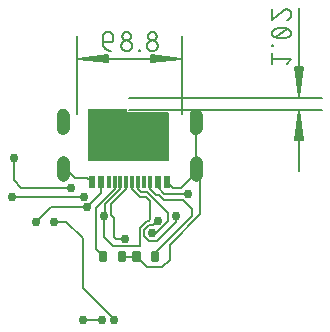
<source format=gbr>
G04 EAGLE Gerber RS-274X export*
G75*
%MOMM*%
%FSLAX34Y34*%
%LPD*%
%INBottom Copper*%
%IPPOS*%
%AMOC8*
5,1,8,0,0,1.08239X$1,22.5*%
G01*
%ADD10C,0.130000*%
%ADD11C,0.152400*%
%ADD12R,0.600000X1.100000*%
%ADD13R,0.300000X1.100000*%
%ADD14C,1.108000*%
%ADD15C,0.377400*%
%ADD16C,0.756400*%

G36*
X146836Y170766D02*
X146836Y170766D01*
X146855Y170764D01*
X146957Y170786D01*
X147059Y170802D01*
X147076Y170812D01*
X147096Y170816D01*
X147185Y170869D01*
X147276Y170918D01*
X147290Y170932D01*
X147307Y170942D01*
X147374Y171021D01*
X147446Y171096D01*
X147454Y171114D01*
X147467Y171129D01*
X147506Y171225D01*
X147549Y171319D01*
X147551Y171339D01*
X147559Y171357D01*
X147577Y171524D01*
X147577Y211694D01*
X147574Y211714D01*
X147576Y211733D01*
X147554Y211835D01*
X147538Y211937D01*
X147528Y211954D01*
X147524Y211974D01*
X147471Y212063D01*
X147422Y212154D01*
X147408Y212168D01*
X147398Y212185D01*
X147319Y212252D01*
X147244Y212324D01*
X147226Y212332D01*
X147211Y212345D01*
X147115Y212384D01*
X147021Y212427D01*
X147001Y212429D01*
X146983Y212437D01*
X146816Y212455D01*
X113399Y212455D01*
X112125Y213729D01*
X112125Y214630D01*
X112122Y214650D01*
X112124Y214669D01*
X112102Y214771D01*
X112086Y214873D01*
X112076Y214890D01*
X112072Y214910D01*
X112019Y214999D01*
X111970Y215090D01*
X111956Y215104D01*
X111946Y215121D01*
X111867Y215188D01*
X111792Y215260D01*
X111774Y215268D01*
X111759Y215281D01*
X111663Y215320D01*
X111569Y215363D01*
X111549Y215365D01*
X111531Y215373D01*
X111364Y215391D01*
X80184Y215391D01*
X80164Y215388D01*
X80145Y215390D01*
X80043Y215368D01*
X79941Y215352D01*
X79924Y215342D01*
X79904Y215338D01*
X79815Y215285D01*
X79724Y215236D01*
X79710Y215222D01*
X79693Y215212D01*
X79626Y215133D01*
X79554Y215058D01*
X79546Y215040D01*
X79533Y215025D01*
X79494Y214929D01*
X79451Y214835D01*
X79449Y214815D01*
X79441Y214797D01*
X79423Y214630D01*
X79423Y171524D01*
X79426Y171504D01*
X79424Y171485D01*
X79446Y171383D01*
X79462Y171281D01*
X79472Y171264D01*
X79476Y171244D01*
X79529Y171155D01*
X79578Y171064D01*
X79592Y171050D01*
X79602Y171033D01*
X79681Y170966D01*
X79756Y170894D01*
X79774Y170886D01*
X79789Y170873D01*
X79885Y170834D01*
X79979Y170791D01*
X79999Y170789D01*
X80017Y170781D01*
X80184Y170763D01*
X146816Y170763D01*
X146836Y170766D01*
G37*
G36*
X171618Y193546D02*
X171618Y193546D01*
X171624Y193552D01*
X171629Y193549D01*
X172686Y193919D01*
X172690Y193926D01*
X172696Y193923D01*
X173644Y194519D01*
X173647Y194527D01*
X173652Y194526D01*
X174444Y195318D01*
X174445Y195326D01*
X174451Y195326D01*
X175047Y196274D01*
X175046Y196283D01*
X175051Y196284D01*
X175421Y197341D01*
X175420Y197345D01*
X175422Y197347D01*
X175420Y197350D01*
X175424Y197352D01*
X175549Y198465D01*
X175547Y198468D01*
X175549Y198470D01*
X175549Y210470D01*
X175547Y210473D01*
X175549Y210476D01*
X175424Y211588D01*
X175418Y211594D01*
X175421Y211599D01*
X175051Y212656D01*
X175045Y212660D01*
X175047Y212666D01*
X174451Y213614D01*
X174443Y213617D01*
X174444Y213622D01*
X173652Y214414D01*
X173644Y214415D01*
X173644Y214421D01*
X172696Y215017D01*
X172687Y215016D01*
X172686Y215021D01*
X171629Y215391D01*
X171621Y215389D01*
X171618Y215394D01*
X170506Y215519D01*
X170498Y215515D01*
X170495Y215519D01*
X169382Y215394D01*
X169376Y215388D01*
X169371Y215391D01*
X168314Y215021D01*
X168310Y215015D01*
X168304Y215017D01*
X167356Y214421D01*
X167353Y214413D01*
X167348Y214414D01*
X166556Y213622D01*
X166555Y213614D01*
X166549Y213614D01*
X165953Y212666D01*
X165954Y212657D01*
X165949Y212656D01*
X165579Y211599D01*
X165581Y211591D01*
X165576Y211588D01*
X165451Y210476D01*
X165453Y210472D01*
X165451Y210470D01*
X165451Y198470D01*
X165453Y198467D01*
X165451Y198465D01*
X165576Y197352D01*
X165582Y197346D01*
X165579Y197341D01*
X165949Y196284D01*
X165956Y196280D01*
X165953Y196274D01*
X166549Y195326D01*
X166557Y195323D01*
X166556Y195318D01*
X167348Y194526D01*
X167356Y194525D01*
X167356Y194519D01*
X168304Y193923D01*
X168313Y193924D01*
X168314Y193919D01*
X169371Y193549D01*
X169379Y193551D01*
X169382Y193546D01*
X170495Y193421D01*
X170502Y193425D01*
X170506Y193421D01*
X171618Y193546D01*
G37*
G36*
X59218Y193546D02*
X59218Y193546D01*
X59224Y193552D01*
X59229Y193549D01*
X60286Y193919D01*
X60290Y193926D01*
X60296Y193923D01*
X61244Y194519D01*
X61247Y194527D01*
X61252Y194526D01*
X62044Y195318D01*
X62045Y195326D01*
X62051Y195326D01*
X62647Y196274D01*
X62646Y196283D01*
X62651Y196284D01*
X63021Y197341D01*
X63020Y197345D01*
X63022Y197347D01*
X63020Y197350D01*
X63024Y197352D01*
X63149Y198465D01*
X63147Y198468D01*
X63149Y198470D01*
X63149Y210470D01*
X63147Y210473D01*
X63149Y210476D01*
X63024Y211588D01*
X63018Y211594D01*
X63021Y211599D01*
X62651Y212656D01*
X62645Y212660D01*
X62647Y212666D01*
X62051Y213614D01*
X62043Y213617D01*
X62044Y213622D01*
X61252Y214414D01*
X61244Y214415D01*
X61244Y214421D01*
X60296Y215017D01*
X60287Y215016D01*
X60286Y215021D01*
X59229Y215391D01*
X59221Y215389D01*
X59218Y215394D01*
X58106Y215519D01*
X58098Y215515D01*
X58095Y215519D01*
X56982Y215394D01*
X56976Y215388D01*
X56971Y215391D01*
X55914Y215021D01*
X55910Y215015D01*
X55904Y215017D01*
X54956Y214421D01*
X54953Y214413D01*
X54948Y214414D01*
X54156Y213622D01*
X54155Y213614D01*
X54149Y213614D01*
X53553Y212666D01*
X53554Y212657D01*
X53549Y212656D01*
X53179Y211599D01*
X53181Y211591D01*
X53176Y211588D01*
X53051Y210476D01*
X53053Y210472D01*
X53051Y210470D01*
X53051Y198470D01*
X53053Y198467D01*
X53051Y198465D01*
X53176Y197352D01*
X53182Y197346D01*
X53179Y197341D01*
X53549Y196284D01*
X53556Y196280D01*
X53553Y196274D01*
X54149Y195326D01*
X54157Y195323D01*
X54156Y195318D01*
X54948Y194526D01*
X54956Y194525D01*
X54956Y194519D01*
X55904Y193923D01*
X55913Y193924D01*
X55914Y193919D01*
X56971Y193549D01*
X56979Y193551D01*
X56982Y193546D01*
X58095Y193421D01*
X58102Y193425D01*
X58106Y193421D01*
X59218Y193546D01*
G37*
G36*
X59218Y155546D02*
X59218Y155546D01*
X59224Y155552D01*
X59229Y155549D01*
X60286Y155919D01*
X60290Y155926D01*
X60296Y155923D01*
X61244Y156519D01*
X61247Y156527D01*
X61252Y156526D01*
X62044Y157318D01*
X62045Y157326D01*
X62051Y157326D01*
X62647Y158274D01*
X62646Y158283D01*
X62651Y158284D01*
X63021Y159341D01*
X63020Y159345D01*
X63022Y159347D01*
X63020Y159350D01*
X63024Y159352D01*
X63149Y160465D01*
X63147Y160468D01*
X63149Y160470D01*
X63149Y168470D01*
X63147Y168473D01*
X63149Y168476D01*
X63024Y169588D01*
X63018Y169594D01*
X63021Y169599D01*
X62651Y170656D01*
X62645Y170660D01*
X62647Y170666D01*
X62051Y171614D01*
X62043Y171617D01*
X62044Y171622D01*
X61252Y172414D01*
X61244Y172415D01*
X61244Y172421D01*
X60296Y173017D01*
X60287Y173016D01*
X60286Y173021D01*
X59229Y173391D01*
X59221Y173389D01*
X59218Y173394D01*
X58106Y173519D01*
X58098Y173515D01*
X58095Y173519D01*
X56982Y173394D01*
X56976Y173388D01*
X56971Y173391D01*
X55914Y173021D01*
X55910Y173015D01*
X55904Y173017D01*
X54956Y172421D01*
X54953Y172413D01*
X54948Y172414D01*
X54156Y171622D01*
X54155Y171614D01*
X54149Y171614D01*
X53553Y170666D01*
X53554Y170657D01*
X53549Y170656D01*
X53179Y169599D01*
X53181Y169591D01*
X53176Y169588D01*
X53051Y168476D01*
X53053Y168472D01*
X53051Y168470D01*
X53051Y160470D01*
X53053Y160467D01*
X53051Y160465D01*
X53176Y159352D01*
X53182Y159346D01*
X53179Y159341D01*
X53549Y158284D01*
X53556Y158280D01*
X53553Y158274D01*
X54149Y157326D01*
X54157Y157323D01*
X54156Y157318D01*
X54948Y156526D01*
X54956Y156525D01*
X54956Y156519D01*
X55904Y155923D01*
X55913Y155924D01*
X55914Y155919D01*
X56971Y155549D01*
X56979Y155551D01*
X56982Y155546D01*
X58095Y155421D01*
X58102Y155425D01*
X58106Y155421D01*
X59218Y155546D01*
G37*
G36*
X171618Y155546D02*
X171618Y155546D01*
X171624Y155552D01*
X171629Y155549D01*
X172686Y155919D01*
X172690Y155926D01*
X172696Y155923D01*
X173644Y156519D01*
X173647Y156527D01*
X173652Y156526D01*
X174444Y157318D01*
X174445Y157326D01*
X174451Y157326D01*
X175047Y158274D01*
X175046Y158283D01*
X175051Y158284D01*
X175421Y159341D01*
X175420Y159345D01*
X175422Y159347D01*
X175420Y159350D01*
X175424Y159352D01*
X175549Y160465D01*
X175547Y160468D01*
X175549Y160470D01*
X175549Y168470D01*
X175547Y168473D01*
X175549Y168476D01*
X175424Y169588D01*
X175418Y169594D01*
X175421Y169599D01*
X175051Y170656D01*
X175045Y170660D01*
X175047Y170666D01*
X174451Y171614D01*
X174443Y171617D01*
X174444Y171622D01*
X173652Y172414D01*
X173644Y172415D01*
X173644Y172421D01*
X172696Y173017D01*
X172687Y173016D01*
X172686Y173021D01*
X171629Y173391D01*
X171621Y173389D01*
X171618Y173394D01*
X170506Y173519D01*
X170498Y173515D01*
X170495Y173519D01*
X169382Y173394D01*
X169376Y173388D01*
X169371Y173391D01*
X168314Y173021D01*
X168310Y173015D01*
X168304Y173017D01*
X167356Y172421D01*
X167353Y172413D01*
X167348Y172414D01*
X166556Y171622D01*
X166555Y171614D01*
X166549Y171614D01*
X165953Y170666D01*
X165954Y170657D01*
X165949Y170656D01*
X165579Y169599D01*
X165581Y169591D01*
X165576Y169588D01*
X165451Y168476D01*
X165453Y168472D01*
X165451Y168470D01*
X165451Y160470D01*
X165453Y160467D01*
X165451Y160465D01*
X165576Y159352D01*
X165582Y159346D01*
X165579Y159341D01*
X165949Y158284D01*
X165956Y158280D01*
X165953Y158274D01*
X166549Y157326D01*
X166557Y157323D01*
X166556Y157318D01*
X167348Y156526D01*
X167356Y156525D01*
X167356Y156519D01*
X168304Y155923D01*
X168313Y155924D01*
X168314Y155919D01*
X169371Y155549D01*
X169379Y155551D01*
X169382Y155546D01*
X170495Y155421D01*
X170502Y155425D01*
X170506Y155421D01*
X171618Y155546D01*
G37*
D10*
X114300Y224790D02*
X277310Y224790D01*
X277310Y214630D02*
X114300Y214630D01*
X257810Y213980D02*
X257810Y162630D01*
X257810Y225440D02*
X257810Y300418D01*
X254618Y250790D02*
X257810Y225440D01*
X254618Y250790D02*
X261002Y250790D01*
X257810Y225440D01*
X256510Y250790D01*
X259110Y250790D02*
X257810Y225440D01*
X255210Y250790D01*
X260410Y250790D02*
X257810Y225440D01*
X257810Y213980D02*
X254618Y188630D01*
X261002Y188630D01*
X257810Y213980D01*
X256510Y188630D01*
X259110Y188630D02*
X257810Y213980D01*
X255210Y188630D01*
X260410Y188630D02*
X257810Y213980D01*
D11*
X247691Y253110D02*
X251303Y257625D01*
X235047Y257625D01*
X235047Y253110D02*
X235047Y262141D01*
X235047Y268116D02*
X235950Y268116D01*
X235950Y269019D01*
X235047Y269019D01*
X235047Y268116D01*
X243175Y274994D02*
X243495Y274998D01*
X243814Y275009D01*
X244134Y275028D01*
X244452Y275055D01*
X244770Y275089D01*
X245087Y275131D01*
X245403Y275181D01*
X245718Y275238D01*
X246031Y275302D01*
X246343Y275374D01*
X246653Y275453D01*
X246960Y275540D01*
X247266Y275634D01*
X247569Y275735D01*
X247870Y275844D01*
X248168Y275959D01*
X248464Y276082D01*
X248756Y276212D01*
X249045Y276349D01*
X249046Y276348D02*
X249154Y276387D01*
X249261Y276430D01*
X249366Y276476D01*
X249470Y276527D01*
X249572Y276580D01*
X249672Y276637D01*
X249770Y276698D01*
X249865Y276762D01*
X249959Y276829D01*
X250050Y276900D01*
X250139Y276973D01*
X250225Y277050D01*
X250308Y277129D01*
X250389Y277211D01*
X250467Y277296D01*
X250541Y277384D01*
X250613Y277474D01*
X250681Y277566D01*
X250747Y277661D01*
X250809Y277758D01*
X250867Y277857D01*
X250923Y277959D01*
X250974Y278061D01*
X251022Y278166D01*
X251067Y278272D01*
X251108Y278380D01*
X251145Y278489D01*
X251178Y278599D01*
X251207Y278711D01*
X251233Y278823D01*
X251255Y278936D01*
X251272Y279050D01*
X251286Y279164D01*
X251296Y279279D01*
X251302Y279394D01*
X251304Y279509D01*
X251303Y279509D02*
X251301Y279624D01*
X251295Y279739D01*
X251285Y279854D01*
X251271Y279968D01*
X251254Y280082D01*
X251232Y280195D01*
X251206Y280307D01*
X251177Y280419D01*
X251144Y280529D01*
X251107Y280638D01*
X251066Y280746D01*
X251021Y280852D01*
X250973Y280957D01*
X250922Y281059D01*
X250866Y281160D01*
X250808Y281260D01*
X250746Y281357D01*
X250681Y281451D01*
X250612Y281544D01*
X250540Y281634D01*
X250466Y281722D01*
X250388Y281807D01*
X250307Y281889D01*
X250224Y281968D01*
X250138Y282045D01*
X250049Y282118D01*
X249958Y282189D01*
X249864Y282256D01*
X249769Y282320D01*
X249671Y282381D01*
X249571Y282438D01*
X249469Y282491D01*
X249365Y282542D01*
X249260Y282588D01*
X249153Y282631D01*
X249045Y282670D01*
X249045Y282669D02*
X248756Y282806D01*
X248464Y282936D01*
X248168Y283059D01*
X247870Y283174D01*
X247569Y283283D01*
X247266Y283384D01*
X246960Y283478D01*
X246653Y283565D01*
X246343Y283644D01*
X246031Y283716D01*
X245718Y283780D01*
X245403Y283837D01*
X245087Y283887D01*
X244770Y283929D01*
X244452Y283963D01*
X244134Y283990D01*
X243814Y284009D01*
X243495Y284020D01*
X243175Y284024D01*
X243175Y274994D02*
X242855Y274998D01*
X242536Y275009D01*
X242216Y275028D01*
X241898Y275055D01*
X241580Y275089D01*
X241263Y275131D01*
X240947Y275181D01*
X240632Y275238D01*
X240319Y275302D01*
X240007Y275374D01*
X239697Y275453D01*
X239390Y275540D01*
X239084Y275634D01*
X238781Y275735D01*
X238480Y275844D01*
X238182Y275959D01*
X237886Y276082D01*
X237594Y276212D01*
X237305Y276349D01*
X237305Y276348D02*
X237197Y276387D01*
X237090Y276430D01*
X236985Y276476D01*
X236881Y276527D01*
X236779Y276580D01*
X236679Y276637D01*
X236581Y276698D01*
X236486Y276762D01*
X236392Y276829D01*
X236301Y276900D01*
X236212Y276973D01*
X236126Y277050D01*
X236043Y277129D01*
X235962Y277211D01*
X235884Y277296D01*
X235810Y277384D01*
X235738Y277474D01*
X235669Y277567D01*
X235604Y277661D01*
X235542Y277758D01*
X235484Y277858D01*
X235428Y277959D01*
X235377Y278061D01*
X235329Y278166D01*
X235284Y278272D01*
X235243Y278380D01*
X235206Y278489D01*
X235173Y278599D01*
X235144Y278711D01*
X235118Y278823D01*
X235096Y278936D01*
X235079Y279050D01*
X235065Y279164D01*
X235055Y279279D01*
X235049Y279394D01*
X235047Y279509D01*
X237305Y282669D02*
X237594Y282806D01*
X237886Y282936D01*
X238182Y283059D01*
X238480Y283174D01*
X238781Y283283D01*
X239084Y283384D01*
X239390Y283478D01*
X239697Y283565D01*
X240007Y283644D01*
X240319Y283716D01*
X240632Y283780D01*
X240947Y283837D01*
X241263Y283887D01*
X241580Y283929D01*
X241898Y283963D01*
X242216Y283990D01*
X242536Y284009D01*
X242855Y284020D01*
X243175Y284024D01*
X237305Y282670D02*
X237197Y282631D01*
X237090Y282588D01*
X236985Y282542D01*
X236881Y282491D01*
X236779Y282438D01*
X236679Y282381D01*
X236581Y282320D01*
X236486Y282256D01*
X236392Y282189D01*
X236301Y282118D01*
X236212Y282045D01*
X236126Y281968D01*
X236043Y281889D01*
X235962Y281807D01*
X235884Y281722D01*
X235810Y281634D01*
X235738Y281544D01*
X235669Y281451D01*
X235604Y281357D01*
X235542Y281260D01*
X235484Y281160D01*
X235428Y281059D01*
X235377Y280956D01*
X235329Y280852D01*
X235284Y280746D01*
X235243Y280638D01*
X235206Y280529D01*
X235173Y280419D01*
X235144Y280307D01*
X235118Y280195D01*
X235096Y280082D01*
X235079Y279968D01*
X235065Y279854D01*
X235055Y279739D01*
X235049Y279624D01*
X235047Y279509D01*
X238659Y275897D02*
X247691Y283122D01*
X251303Y295592D02*
X251301Y295717D01*
X251295Y295842D01*
X251286Y295967D01*
X251272Y296091D01*
X251255Y296215D01*
X251234Y296339D01*
X251209Y296461D01*
X251180Y296583D01*
X251148Y296704D01*
X251112Y296824D01*
X251072Y296943D01*
X251029Y297060D01*
X250982Y297176D01*
X250931Y297291D01*
X250877Y297403D01*
X250819Y297515D01*
X250759Y297624D01*
X250694Y297731D01*
X250627Y297837D01*
X250556Y297940D01*
X250482Y298041D01*
X250405Y298140D01*
X250325Y298236D01*
X250242Y298330D01*
X250157Y298421D01*
X250068Y298510D01*
X249977Y298595D01*
X249883Y298678D01*
X249787Y298758D01*
X249688Y298835D01*
X249587Y298909D01*
X249484Y298980D01*
X249378Y299047D01*
X249271Y299112D01*
X249162Y299172D01*
X249050Y299230D01*
X248938Y299284D01*
X248823Y299335D01*
X248707Y299382D01*
X248590Y299425D01*
X248471Y299465D01*
X248351Y299501D01*
X248230Y299533D01*
X248108Y299562D01*
X247986Y299587D01*
X247862Y299608D01*
X247738Y299625D01*
X247614Y299639D01*
X247489Y299648D01*
X247364Y299654D01*
X247239Y299656D01*
X251303Y295592D02*
X251301Y295449D01*
X251295Y295307D01*
X251285Y295164D01*
X251272Y295022D01*
X251254Y294881D01*
X251233Y294739D01*
X251208Y294599D01*
X251179Y294459D01*
X251146Y294320D01*
X251109Y294182D01*
X251069Y294045D01*
X251025Y293910D01*
X250977Y293775D01*
X250925Y293642D01*
X250870Y293510D01*
X250811Y293380D01*
X250749Y293252D01*
X250683Y293125D01*
X250614Y293000D01*
X250542Y292877D01*
X250466Y292757D01*
X250387Y292638D01*
X250304Y292521D01*
X250219Y292407D01*
X250130Y292295D01*
X250039Y292186D01*
X249944Y292079D01*
X249847Y291974D01*
X249746Y291873D01*
X249643Y291774D01*
X249538Y291678D01*
X249429Y291585D01*
X249318Y291495D01*
X249205Y291408D01*
X249090Y291324D01*
X248972Y291244D01*
X248852Y291166D01*
X248730Y291092D01*
X248606Y291022D01*
X248480Y290954D01*
X248352Y290891D01*
X248223Y290830D01*
X248092Y290773D01*
X247960Y290720D01*
X247826Y290671D01*
X247691Y290625D01*
X244078Y298301D02*
X244170Y298395D01*
X244264Y298485D01*
X244361Y298573D01*
X244461Y298658D01*
X244563Y298740D01*
X244668Y298819D01*
X244775Y298894D01*
X244884Y298966D01*
X244995Y299035D01*
X245109Y299101D01*
X245224Y299163D01*
X245341Y299222D01*
X245460Y299277D01*
X245580Y299328D01*
X245702Y299376D01*
X245825Y299421D01*
X245949Y299461D01*
X246075Y299498D01*
X246202Y299531D01*
X246329Y299560D01*
X246458Y299586D01*
X246587Y299607D01*
X246717Y299625D01*
X246847Y299638D01*
X246977Y299648D01*
X247108Y299654D01*
X247239Y299656D01*
X244078Y298301D02*
X235047Y290625D01*
X235047Y299656D01*
D10*
X69850Y277310D02*
X69850Y210820D01*
X158750Y210820D02*
X158750Y277310D01*
X158100Y257810D02*
X70500Y257810D01*
X95850Y261002D01*
X95850Y254618D01*
X70500Y257810D01*
X95850Y259110D01*
X95850Y256510D02*
X70500Y257810D01*
X95850Y260410D01*
X95850Y255210D02*
X70500Y257810D01*
X132750Y261002D02*
X158100Y257810D01*
X132750Y261002D02*
X132750Y254618D01*
X158100Y257810D01*
X132750Y259110D01*
X132750Y256510D02*
X158100Y257810D01*
X132750Y260410D01*
X132750Y255210D02*
X158100Y257810D01*
D11*
X138352Y268833D02*
X138350Y268966D01*
X138344Y269098D01*
X138334Y269230D01*
X138321Y269362D01*
X138303Y269494D01*
X138282Y269624D01*
X138257Y269755D01*
X138228Y269884D01*
X138195Y270012D01*
X138159Y270140D01*
X138119Y270266D01*
X138075Y270391D01*
X138027Y270515D01*
X137976Y270637D01*
X137921Y270758D01*
X137863Y270877D01*
X137801Y270995D01*
X137736Y271110D01*
X137667Y271224D01*
X137596Y271335D01*
X137520Y271444D01*
X137442Y271551D01*
X137361Y271656D01*
X137276Y271758D01*
X137189Y271858D01*
X137099Y271955D01*
X137006Y272050D01*
X136910Y272141D01*
X136812Y272230D01*
X136711Y272316D01*
X136607Y272399D01*
X136501Y272479D01*
X136393Y272555D01*
X136283Y272629D01*
X136170Y272699D01*
X136056Y272766D01*
X135939Y272829D01*
X135821Y272889D01*
X135701Y272946D01*
X135579Y272999D01*
X135456Y273048D01*
X135332Y273094D01*
X135206Y273136D01*
X135079Y273174D01*
X134951Y273209D01*
X134822Y273240D01*
X134693Y273267D01*
X134562Y273290D01*
X134431Y273310D01*
X134299Y273325D01*
X134167Y273337D01*
X134035Y273345D01*
X133902Y273349D01*
X133770Y273349D01*
X133637Y273345D01*
X133505Y273337D01*
X133373Y273325D01*
X133241Y273310D01*
X133110Y273290D01*
X132979Y273267D01*
X132850Y273240D01*
X132721Y273209D01*
X132593Y273174D01*
X132466Y273136D01*
X132340Y273094D01*
X132216Y273048D01*
X132093Y272999D01*
X131971Y272946D01*
X131851Y272889D01*
X131733Y272829D01*
X131616Y272766D01*
X131502Y272699D01*
X131389Y272629D01*
X131279Y272555D01*
X131171Y272479D01*
X131065Y272399D01*
X130961Y272316D01*
X130860Y272230D01*
X130762Y272141D01*
X130666Y272050D01*
X130573Y271955D01*
X130483Y271858D01*
X130396Y271758D01*
X130311Y271656D01*
X130230Y271551D01*
X130152Y271444D01*
X130076Y271335D01*
X130005Y271224D01*
X129936Y271110D01*
X129871Y270995D01*
X129809Y270877D01*
X129751Y270758D01*
X129696Y270637D01*
X129645Y270515D01*
X129597Y270391D01*
X129553Y270266D01*
X129513Y270140D01*
X129477Y270012D01*
X129444Y269884D01*
X129415Y269755D01*
X129390Y269624D01*
X129369Y269494D01*
X129351Y269362D01*
X129338Y269230D01*
X129328Y269098D01*
X129322Y268966D01*
X129320Y268833D01*
X129322Y268700D01*
X129328Y268568D01*
X129338Y268436D01*
X129351Y268304D01*
X129369Y268172D01*
X129390Y268042D01*
X129415Y267911D01*
X129444Y267782D01*
X129477Y267654D01*
X129513Y267526D01*
X129553Y267400D01*
X129597Y267275D01*
X129645Y267151D01*
X129696Y267029D01*
X129751Y266908D01*
X129809Y266789D01*
X129871Y266671D01*
X129936Y266556D01*
X130005Y266442D01*
X130076Y266331D01*
X130152Y266222D01*
X130230Y266115D01*
X130311Y266010D01*
X130396Y265908D01*
X130483Y265808D01*
X130573Y265711D01*
X130666Y265616D01*
X130762Y265525D01*
X130860Y265436D01*
X130961Y265350D01*
X131065Y265267D01*
X131171Y265187D01*
X131279Y265111D01*
X131389Y265037D01*
X131502Y264967D01*
X131616Y264900D01*
X131733Y264837D01*
X131851Y264777D01*
X131971Y264720D01*
X132093Y264667D01*
X132216Y264618D01*
X132340Y264572D01*
X132466Y264530D01*
X132593Y264492D01*
X132721Y264457D01*
X132850Y264426D01*
X132979Y264399D01*
X133110Y264376D01*
X133241Y264356D01*
X133373Y264341D01*
X133505Y264329D01*
X133637Y264321D01*
X133770Y264317D01*
X133902Y264317D01*
X134035Y264321D01*
X134167Y264329D01*
X134299Y264341D01*
X134431Y264356D01*
X134562Y264376D01*
X134693Y264399D01*
X134822Y264426D01*
X134951Y264457D01*
X135079Y264492D01*
X135206Y264530D01*
X135332Y264572D01*
X135456Y264618D01*
X135579Y264667D01*
X135701Y264720D01*
X135821Y264777D01*
X135939Y264837D01*
X136056Y264900D01*
X136170Y264967D01*
X136283Y265037D01*
X136393Y265111D01*
X136501Y265187D01*
X136607Y265267D01*
X136711Y265350D01*
X136812Y265436D01*
X136910Y265525D01*
X137006Y265616D01*
X137099Y265711D01*
X137189Y265808D01*
X137276Y265908D01*
X137361Y266010D01*
X137442Y266115D01*
X137520Y266222D01*
X137596Y266331D01*
X137667Y266442D01*
X137736Y266556D01*
X137801Y266671D01*
X137863Y266789D01*
X137921Y266908D01*
X137976Y267029D01*
X138027Y267151D01*
X138075Y267275D01*
X138119Y267400D01*
X138159Y267526D01*
X138195Y267654D01*
X138228Y267782D01*
X138257Y267911D01*
X138282Y268042D01*
X138303Y268172D01*
X138321Y268304D01*
X138334Y268436D01*
X138344Y268568D01*
X138350Y268700D01*
X138352Y268833D01*
X137448Y276961D02*
X137446Y277080D01*
X137440Y277200D01*
X137430Y277319D01*
X137416Y277437D01*
X137399Y277556D01*
X137377Y277673D01*
X137352Y277790D01*
X137322Y277905D01*
X137289Y278020D01*
X137252Y278134D01*
X137212Y278246D01*
X137167Y278357D01*
X137119Y278466D01*
X137068Y278574D01*
X137013Y278680D01*
X136954Y278784D01*
X136892Y278886D01*
X136827Y278986D01*
X136758Y279084D01*
X136686Y279180D01*
X136611Y279273D01*
X136534Y279363D01*
X136453Y279451D01*
X136369Y279536D01*
X136282Y279618D01*
X136193Y279698D01*
X136101Y279774D01*
X136007Y279848D01*
X135910Y279918D01*
X135812Y279985D01*
X135711Y280049D01*
X135607Y280109D01*
X135502Y280166D01*
X135395Y280219D01*
X135287Y280269D01*
X135177Y280315D01*
X135065Y280357D01*
X134952Y280396D01*
X134838Y280431D01*
X134723Y280462D01*
X134606Y280490D01*
X134489Y280513D01*
X134372Y280533D01*
X134253Y280549D01*
X134134Y280561D01*
X134015Y280569D01*
X133896Y280573D01*
X133776Y280573D01*
X133657Y280569D01*
X133538Y280561D01*
X133419Y280549D01*
X133300Y280533D01*
X133183Y280513D01*
X133066Y280490D01*
X132949Y280462D01*
X132834Y280431D01*
X132720Y280396D01*
X132607Y280357D01*
X132495Y280315D01*
X132385Y280269D01*
X132277Y280219D01*
X132170Y280166D01*
X132065Y280109D01*
X131961Y280049D01*
X131860Y279985D01*
X131762Y279918D01*
X131665Y279848D01*
X131571Y279774D01*
X131479Y279698D01*
X131390Y279618D01*
X131303Y279536D01*
X131219Y279451D01*
X131138Y279363D01*
X131061Y279273D01*
X130986Y279180D01*
X130914Y279084D01*
X130845Y278986D01*
X130780Y278886D01*
X130718Y278784D01*
X130659Y278680D01*
X130604Y278574D01*
X130553Y278466D01*
X130505Y278357D01*
X130460Y278246D01*
X130420Y278134D01*
X130383Y278020D01*
X130350Y277905D01*
X130320Y277790D01*
X130295Y277673D01*
X130273Y277556D01*
X130256Y277437D01*
X130242Y277319D01*
X130232Y277200D01*
X130226Y277080D01*
X130224Y276961D01*
X130226Y276842D01*
X130232Y276722D01*
X130242Y276603D01*
X130256Y276485D01*
X130273Y276366D01*
X130295Y276249D01*
X130320Y276132D01*
X130350Y276017D01*
X130383Y275902D01*
X130420Y275788D01*
X130460Y275676D01*
X130505Y275565D01*
X130553Y275456D01*
X130604Y275348D01*
X130659Y275242D01*
X130718Y275138D01*
X130780Y275036D01*
X130845Y274936D01*
X130914Y274838D01*
X130986Y274742D01*
X131061Y274649D01*
X131138Y274559D01*
X131219Y274471D01*
X131303Y274386D01*
X131390Y274304D01*
X131479Y274224D01*
X131571Y274148D01*
X131665Y274074D01*
X131762Y274004D01*
X131860Y273937D01*
X131961Y273873D01*
X132065Y273813D01*
X132170Y273756D01*
X132277Y273703D01*
X132385Y273653D01*
X132495Y273607D01*
X132607Y273565D01*
X132720Y273526D01*
X132834Y273491D01*
X132949Y273460D01*
X133066Y273432D01*
X133183Y273409D01*
X133300Y273389D01*
X133419Y273373D01*
X133538Y273361D01*
X133657Y273353D01*
X133776Y273349D01*
X133896Y273349D01*
X134015Y273353D01*
X134134Y273361D01*
X134253Y273373D01*
X134372Y273389D01*
X134489Y273409D01*
X134606Y273432D01*
X134723Y273460D01*
X134838Y273491D01*
X134952Y273526D01*
X135065Y273565D01*
X135177Y273607D01*
X135287Y273653D01*
X135395Y273703D01*
X135502Y273756D01*
X135607Y273813D01*
X135711Y273873D01*
X135812Y273937D01*
X135910Y274004D01*
X136007Y274074D01*
X136101Y274148D01*
X136193Y274224D01*
X136282Y274304D01*
X136369Y274386D01*
X136453Y274471D01*
X136534Y274559D01*
X136611Y274649D01*
X136686Y274742D01*
X136758Y274838D01*
X136827Y274936D01*
X136892Y275036D01*
X136954Y275138D01*
X137013Y275242D01*
X137068Y275348D01*
X137119Y275456D01*
X137167Y275565D01*
X137212Y275676D01*
X137252Y275788D01*
X137289Y275902D01*
X137322Y276017D01*
X137352Y276132D01*
X137377Y276249D01*
X137399Y276366D01*
X137416Y276485D01*
X137430Y276603D01*
X137440Y276722D01*
X137446Y276842D01*
X137448Y276961D01*
X123346Y265220D02*
X123346Y264317D01*
X123346Y265220D02*
X122443Y265220D01*
X122443Y264317D01*
X123346Y264317D01*
X116469Y268833D02*
X116467Y268966D01*
X116461Y269098D01*
X116451Y269230D01*
X116438Y269362D01*
X116420Y269494D01*
X116399Y269624D01*
X116374Y269755D01*
X116345Y269884D01*
X116312Y270012D01*
X116276Y270140D01*
X116236Y270266D01*
X116192Y270391D01*
X116144Y270515D01*
X116093Y270637D01*
X116038Y270758D01*
X115980Y270877D01*
X115918Y270995D01*
X115853Y271110D01*
X115784Y271224D01*
X115713Y271335D01*
X115637Y271444D01*
X115559Y271551D01*
X115478Y271656D01*
X115393Y271758D01*
X115306Y271858D01*
X115216Y271955D01*
X115123Y272050D01*
X115027Y272141D01*
X114929Y272230D01*
X114828Y272316D01*
X114724Y272399D01*
X114618Y272479D01*
X114510Y272555D01*
X114400Y272629D01*
X114287Y272699D01*
X114173Y272766D01*
X114056Y272829D01*
X113938Y272889D01*
X113818Y272946D01*
X113696Y272999D01*
X113573Y273048D01*
X113449Y273094D01*
X113323Y273136D01*
X113196Y273174D01*
X113068Y273209D01*
X112939Y273240D01*
X112810Y273267D01*
X112679Y273290D01*
X112548Y273310D01*
X112416Y273325D01*
X112284Y273337D01*
X112152Y273345D01*
X112019Y273349D01*
X111887Y273349D01*
X111754Y273345D01*
X111622Y273337D01*
X111490Y273325D01*
X111358Y273310D01*
X111227Y273290D01*
X111096Y273267D01*
X110967Y273240D01*
X110838Y273209D01*
X110710Y273174D01*
X110583Y273136D01*
X110457Y273094D01*
X110333Y273048D01*
X110210Y272999D01*
X110088Y272946D01*
X109968Y272889D01*
X109850Y272829D01*
X109733Y272766D01*
X109619Y272699D01*
X109506Y272629D01*
X109396Y272555D01*
X109288Y272479D01*
X109182Y272399D01*
X109078Y272316D01*
X108977Y272230D01*
X108879Y272141D01*
X108783Y272050D01*
X108690Y271955D01*
X108600Y271858D01*
X108513Y271758D01*
X108428Y271656D01*
X108347Y271551D01*
X108269Y271444D01*
X108193Y271335D01*
X108122Y271224D01*
X108053Y271110D01*
X107988Y270995D01*
X107926Y270877D01*
X107868Y270758D01*
X107813Y270637D01*
X107762Y270515D01*
X107714Y270391D01*
X107670Y270266D01*
X107630Y270140D01*
X107594Y270012D01*
X107561Y269884D01*
X107532Y269755D01*
X107507Y269624D01*
X107486Y269494D01*
X107468Y269362D01*
X107455Y269230D01*
X107445Y269098D01*
X107439Y268966D01*
X107437Y268833D01*
X107439Y268700D01*
X107445Y268568D01*
X107455Y268436D01*
X107468Y268304D01*
X107486Y268172D01*
X107507Y268042D01*
X107532Y267911D01*
X107561Y267782D01*
X107594Y267654D01*
X107630Y267526D01*
X107670Y267400D01*
X107714Y267275D01*
X107762Y267151D01*
X107813Y267029D01*
X107868Y266908D01*
X107926Y266789D01*
X107988Y266671D01*
X108053Y266556D01*
X108122Y266442D01*
X108193Y266331D01*
X108269Y266222D01*
X108347Y266115D01*
X108428Y266010D01*
X108513Y265908D01*
X108600Y265808D01*
X108690Y265711D01*
X108783Y265616D01*
X108879Y265525D01*
X108977Y265436D01*
X109078Y265350D01*
X109182Y265267D01*
X109288Y265187D01*
X109396Y265111D01*
X109506Y265037D01*
X109619Y264967D01*
X109733Y264900D01*
X109850Y264837D01*
X109968Y264777D01*
X110088Y264720D01*
X110210Y264667D01*
X110333Y264618D01*
X110457Y264572D01*
X110583Y264530D01*
X110710Y264492D01*
X110838Y264457D01*
X110967Y264426D01*
X111096Y264399D01*
X111227Y264376D01*
X111358Y264356D01*
X111490Y264341D01*
X111622Y264329D01*
X111754Y264321D01*
X111887Y264317D01*
X112019Y264317D01*
X112152Y264321D01*
X112284Y264329D01*
X112416Y264341D01*
X112548Y264356D01*
X112679Y264376D01*
X112810Y264399D01*
X112939Y264426D01*
X113068Y264457D01*
X113196Y264492D01*
X113323Y264530D01*
X113449Y264572D01*
X113573Y264618D01*
X113696Y264667D01*
X113818Y264720D01*
X113938Y264777D01*
X114056Y264837D01*
X114173Y264900D01*
X114287Y264967D01*
X114400Y265037D01*
X114510Y265111D01*
X114618Y265187D01*
X114724Y265267D01*
X114828Y265350D01*
X114929Y265436D01*
X115027Y265525D01*
X115123Y265616D01*
X115216Y265711D01*
X115306Y265808D01*
X115393Y265908D01*
X115478Y266010D01*
X115559Y266115D01*
X115637Y266222D01*
X115713Y266331D01*
X115784Y266442D01*
X115853Y266556D01*
X115918Y266671D01*
X115980Y266789D01*
X116038Y266908D01*
X116093Y267029D01*
X116144Y267151D01*
X116192Y267275D01*
X116236Y267400D01*
X116276Y267526D01*
X116312Y267654D01*
X116345Y267782D01*
X116374Y267911D01*
X116399Y268042D01*
X116420Y268172D01*
X116438Y268304D01*
X116451Y268436D01*
X116461Y268568D01*
X116467Y268700D01*
X116469Y268833D01*
X115565Y276961D02*
X115563Y277080D01*
X115557Y277200D01*
X115547Y277319D01*
X115533Y277437D01*
X115516Y277556D01*
X115494Y277673D01*
X115469Y277790D01*
X115439Y277905D01*
X115406Y278020D01*
X115369Y278134D01*
X115329Y278246D01*
X115284Y278357D01*
X115236Y278466D01*
X115185Y278574D01*
X115130Y278680D01*
X115071Y278784D01*
X115009Y278886D01*
X114944Y278986D01*
X114875Y279084D01*
X114803Y279180D01*
X114728Y279273D01*
X114651Y279363D01*
X114570Y279451D01*
X114486Y279536D01*
X114399Y279618D01*
X114310Y279698D01*
X114218Y279774D01*
X114124Y279848D01*
X114027Y279918D01*
X113929Y279985D01*
X113828Y280049D01*
X113724Y280109D01*
X113619Y280166D01*
X113512Y280219D01*
X113404Y280269D01*
X113294Y280315D01*
X113182Y280357D01*
X113069Y280396D01*
X112955Y280431D01*
X112840Y280462D01*
X112723Y280490D01*
X112606Y280513D01*
X112489Y280533D01*
X112370Y280549D01*
X112251Y280561D01*
X112132Y280569D01*
X112013Y280573D01*
X111893Y280573D01*
X111774Y280569D01*
X111655Y280561D01*
X111536Y280549D01*
X111417Y280533D01*
X111300Y280513D01*
X111183Y280490D01*
X111066Y280462D01*
X110951Y280431D01*
X110837Y280396D01*
X110724Y280357D01*
X110612Y280315D01*
X110502Y280269D01*
X110394Y280219D01*
X110287Y280166D01*
X110182Y280109D01*
X110078Y280049D01*
X109977Y279985D01*
X109879Y279918D01*
X109782Y279848D01*
X109688Y279774D01*
X109596Y279698D01*
X109507Y279618D01*
X109420Y279536D01*
X109336Y279451D01*
X109255Y279363D01*
X109178Y279273D01*
X109103Y279180D01*
X109031Y279084D01*
X108962Y278986D01*
X108897Y278886D01*
X108835Y278784D01*
X108776Y278680D01*
X108721Y278574D01*
X108670Y278466D01*
X108622Y278357D01*
X108577Y278246D01*
X108537Y278134D01*
X108500Y278020D01*
X108467Y277905D01*
X108437Y277790D01*
X108412Y277673D01*
X108390Y277556D01*
X108373Y277437D01*
X108359Y277319D01*
X108349Y277200D01*
X108343Y277080D01*
X108341Y276961D01*
X108343Y276842D01*
X108349Y276722D01*
X108359Y276603D01*
X108373Y276485D01*
X108390Y276366D01*
X108412Y276249D01*
X108437Y276132D01*
X108467Y276017D01*
X108500Y275902D01*
X108537Y275788D01*
X108577Y275676D01*
X108622Y275565D01*
X108670Y275456D01*
X108721Y275348D01*
X108776Y275242D01*
X108835Y275138D01*
X108897Y275036D01*
X108962Y274936D01*
X109031Y274838D01*
X109103Y274742D01*
X109178Y274649D01*
X109255Y274559D01*
X109336Y274471D01*
X109420Y274386D01*
X109507Y274304D01*
X109596Y274224D01*
X109688Y274148D01*
X109782Y274074D01*
X109879Y274004D01*
X109977Y273937D01*
X110078Y273873D01*
X110182Y273813D01*
X110287Y273756D01*
X110394Y273703D01*
X110502Y273653D01*
X110612Y273607D01*
X110724Y273565D01*
X110837Y273526D01*
X110951Y273491D01*
X111066Y273460D01*
X111183Y273432D01*
X111300Y273409D01*
X111417Y273389D01*
X111536Y273373D01*
X111655Y273361D01*
X111774Y273353D01*
X111893Y273349D01*
X112013Y273349D01*
X112132Y273353D01*
X112251Y273361D01*
X112370Y273373D01*
X112489Y273389D01*
X112606Y273409D01*
X112723Y273432D01*
X112840Y273460D01*
X112955Y273491D01*
X113069Y273526D01*
X113182Y273565D01*
X113294Y273607D01*
X113404Y273653D01*
X113512Y273703D01*
X113619Y273756D01*
X113724Y273813D01*
X113828Y273873D01*
X113929Y273937D01*
X114027Y274004D01*
X114124Y274074D01*
X114218Y274148D01*
X114310Y274224D01*
X114399Y274304D01*
X114486Y274386D01*
X114570Y274471D01*
X114651Y274559D01*
X114728Y274649D01*
X114803Y274742D01*
X114875Y274838D01*
X114944Y274936D01*
X115009Y275036D01*
X115071Y275138D01*
X115130Y275242D01*
X115185Y275348D01*
X115236Y275456D01*
X115284Y275565D01*
X115329Y275676D01*
X115369Y275788D01*
X115406Y275902D01*
X115439Y276017D01*
X115469Y276132D01*
X115494Y276249D01*
X115516Y276366D01*
X115533Y276485D01*
X115547Y276603D01*
X115557Y276722D01*
X115563Y276842D01*
X115565Y276961D01*
X97225Y271542D02*
X91806Y271542D01*
X97225Y271542D02*
X97343Y271544D01*
X97461Y271550D01*
X97579Y271559D01*
X97696Y271573D01*
X97813Y271590D01*
X97930Y271611D01*
X98045Y271636D01*
X98160Y271665D01*
X98274Y271698D01*
X98386Y271734D01*
X98497Y271774D01*
X98607Y271817D01*
X98716Y271864D01*
X98823Y271914D01*
X98928Y271969D01*
X99031Y272026D01*
X99132Y272087D01*
X99232Y272151D01*
X99329Y272218D01*
X99424Y272288D01*
X99516Y272362D01*
X99607Y272438D01*
X99694Y272518D01*
X99779Y272600D01*
X99861Y272685D01*
X99941Y272772D01*
X100017Y272863D01*
X100091Y272955D01*
X100161Y273050D01*
X100228Y273147D01*
X100292Y273247D01*
X100353Y273348D01*
X100410Y273451D01*
X100465Y273556D01*
X100515Y273663D01*
X100562Y273772D01*
X100605Y273882D01*
X100645Y273993D01*
X100681Y274105D01*
X100714Y274219D01*
X100743Y274334D01*
X100768Y274449D01*
X100789Y274566D01*
X100806Y274683D01*
X100820Y274800D01*
X100829Y274918D01*
X100835Y275036D01*
X100837Y275154D01*
X100837Y276057D01*
X100835Y276190D01*
X100829Y276322D01*
X100819Y276454D01*
X100806Y276586D01*
X100788Y276718D01*
X100767Y276848D01*
X100742Y276979D01*
X100713Y277108D01*
X100680Y277236D01*
X100644Y277364D01*
X100604Y277490D01*
X100560Y277615D01*
X100512Y277739D01*
X100461Y277861D01*
X100406Y277982D01*
X100348Y278101D01*
X100286Y278219D01*
X100221Y278334D01*
X100152Y278448D01*
X100081Y278559D01*
X100005Y278668D01*
X99927Y278775D01*
X99846Y278880D01*
X99761Y278982D01*
X99674Y279082D01*
X99584Y279179D01*
X99491Y279274D01*
X99395Y279365D01*
X99297Y279454D01*
X99196Y279540D01*
X99092Y279623D01*
X98986Y279703D01*
X98878Y279779D01*
X98768Y279853D01*
X98655Y279923D01*
X98541Y279990D01*
X98424Y280053D01*
X98306Y280113D01*
X98186Y280170D01*
X98064Y280223D01*
X97941Y280272D01*
X97817Y280318D01*
X97691Y280360D01*
X97564Y280398D01*
X97436Y280433D01*
X97307Y280464D01*
X97178Y280491D01*
X97047Y280514D01*
X96916Y280534D01*
X96784Y280549D01*
X96652Y280561D01*
X96520Y280569D01*
X96387Y280573D01*
X96255Y280573D01*
X96122Y280569D01*
X95990Y280561D01*
X95858Y280549D01*
X95726Y280534D01*
X95595Y280514D01*
X95464Y280491D01*
X95335Y280464D01*
X95206Y280433D01*
X95078Y280398D01*
X94951Y280360D01*
X94825Y280318D01*
X94701Y280272D01*
X94578Y280223D01*
X94456Y280170D01*
X94336Y280113D01*
X94218Y280053D01*
X94101Y279990D01*
X93987Y279923D01*
X93874Y279853D01*
X93764Y279779D01*
X93656Y279703D01*
X93550Y279623D01*
X93446Y279540D01*
X93345Y279454D01*
X93247Y279365D01*
X93151Y279274D01*
X93058Y279179D01*
X92968Y279082D01*
X92881Y278982D01*
X92796Y278880D01*
X92715Y278775D01*
X92637Y278668D01*
X92561Y278559D01*
X92490Y278448D01*
X92421Y278334D01*
X92356Y278219D01*
X92294Y278101D01*
X92236Y277982D01*
X92181Y277861D01*
X92130Y277739D01*
X92082Y277615D01*
X92038Y277490D01*
X91998Y277364D01*
X91962Y277236D01*
X91929Y277108D01*
X91900Y276979D01*
X91875Y276848D01*
X91854Y276718D01*
X91836Y276586D01*
X91823Y276454D01*
X91813Y276322D01*
X91807Y276190D01*
X91805Y276057D01*
X91806Y276057D02*
X91806Y271542D01*
X91808Y271367D01*
X91814Y271193D01*
X91825Y271019D01*
X91840Y270845D01*
X91859Y270671D01*
X91882Y270498D01*
X91909Y270326D01*
X91941Y270154D01*
X91976Y269983D01*
X92016Y269813D01*
X92060Y269644D01*
X92108Y269476D01*
X92160Y269309D01*
X92216Y269144D01*
X92276Y268980D01*
X92339Y268817D01*
X92407Y268657D01*
X92479Y268497D01*
X92554Y268340D01*
X92634Y268184D01*
X92717Y268031D01*
X92803Y267879D01*
X92894Y267730D01*
X92988Y267583D01*
X93085Y267438D01*
X93186Y267295D01*
X93290Y267155D01*
X93398Y267018D01*
X93509Y266883D01*
X93623Y266751D01*
X93740Y266622D01*
X93861Y266495D01*
X93984Y266372D01*
X94111Y266251D01*
X94240Y266134D01*
X94372Y266020D01*
X94507Y265909D01*
X94644Y265801D01*
X94784Y265697D01*
X94927Y265596D01*
X95072Y265499D01*
X95219Y265405D01*
X95368Y265314D01*
X95520Y265228D01*
X95673Y265145D01*
X95829Y265065D01*
X95986Y264990D01*
X96146Y264918D01*
X96306Y264850D01*
X96469Y264787D01*
X96633Y264727D01*
X96798Y264671D01*
X96965Y264619D01*
X97133Y264571D01*
X97302Y264527D01*
X97472Y264487D01*
X97643Y264452D01*
X97815Y264420D01*
X97987Y264393D01*
X98160Y264370D01*
X98334Y264351D01*
X98508Y264336D01*
X98682Y264325D01*
X98856Y264319D01*
X99031Y264317D01*
D12*
X82300Y152970D03*
X90300Y152970D03*
D13*
X96800Y152970D03*
X101800Y152970D03*
X106800Y152970D03*
X111800Y152970D03*
X116800Y152970D03*
X121800Y152970D03*
X126800Y152970D03*
X131800Y152970D03*
D12*
X138300Y152970D03*
X146300Y152970D03*
D14*
X58100Y198930D02*
X58100Y210010D01*
X170500Y170010D02*
X170500Y158930D01*
X58100Y158930D02*
X58100Y170010D01*
X170500Y198930D02*
X170500Y210010D01*
D15*
X138033Y87407D02*
X134407Y87407D01*
X134407Y92933D01*
X138033Y92933D01*
X138033Y87407D01*
X138033Y90992D02*
X134407Y90992D01*
X122133Y92933D02*
X118507Y92933D01*
X122133Y92933D02*
X122133Y87407D01*
X118507Y87407D01*
X118507Y92933D01*
X118507Y90992D02*
X122133Y90992D01*
X109763Y87407D02*
X106137Y87407D01*
X106137Y92933D01*
X109763Y92933D01*
X109763Y87407D01*
X109763Y90992D02*
X106137Y90992D01*
X93863Y92933D02*
X90237Y92933D01*
X93863Y92933D02*
X93863Y87407D01*
X90237Y87407D01*
X90237Y92933D01*
X90237Y90992D02*
X93863Y90992D01*
D11*
X132080Y152690D02*
X131800Y152970D01*
X132080Y152690D02*
X132080Y147320D01*
X137160Y142240D01*
X139700Y142240D01*
X143510Y138430D01*
X160020Y138430D01*
X167640Y130810D01*
X167640Y124460D01*
X136220Y93040D02*
X136220Y90170D01*
X136220Y93040D02*
X167640Y124460D01*
X101800Y147520D02*
X101800Y152970D01*
X85700Y131420D02*
X85700Y96520D01*
X92050Y90170D01*
X85700Y131420D02*
X101800Y147520D01*
X107950Y90170D02*
X120320Y90170D01*
X174498Y158677D02*
X174220Y160750D01*
X170500Y164470D01*
X170500Y160660D01*
X157730Y147890D01*
X151380Y147890D01*
X146300Y152970D01*
X170500Y164470D02*
X170500Y204470D01*
X148590Y100330D02*
X148590Y87630D01*
X142240Y81280D01*
X129540Y81280D01*
X120650Y90170D01*
X120320Y90170D01*
X174498Y126238D02*
X174498Y158677D01*
X174498Y126238D02*
X148590Y100330D01*
X82300Y152970D02*
X78490Y156780D01*
X68330Y156780D01*
X60640Y164470D01*
X58100Y164470D01*
D16*
X16510Y173990D03*
D11*
X16510Y154940D02*
X22860Y148590D01*
X16510Y154940D02*
X16510Y173990D01*
X22860Y148590D02*
X64770Y148590D01*
D16*
X64770Y148590D03*
X133350Y110490D03*
D11*
X121800Y147440D02*
X121800Y152970D01*
X121800Y147440D02*
X124460Y144780D01*
X147320Y127000D02*
X147320Y120650D01*
X137160Y110490D01*
X133350Y110490D01*
X129540Y144780D02*
X124460Y144780D01*
X129540Y144780D02*
X147320Y127000D01*
X111800Y147360D02*
X111800Y152970D01*
X111800Y147360D02*
X99060Y134620D01*
X99060Y125730D01*
X101600Y123190D02*
X101600Y106680D01*
X102870Y105410D01*
X110490Y105410D01*
X101600Y123190D02*
X99060Y125730D01*
D16*
X110490Y105410D03*
D11*
X106680Y152850D02*
X106800Y152970D01*
X106680Y152850D02*
X106680Y147320D01*
D16*
X15240Y140970D03*
D11*
X76200Y140970D01*
D16*
X76200Y140970D03*
X92710Y124460D03*
D11*
X93980Y125730D02*
X93980Y134620D01*
X93980Y125730D02*
X92710Y124460D01*
X93980Y134620D02*
X106680Y147320D01*
X116800Y152970D02*
X116840Y152930D01*
X116840Y147320D01*
X123190Y140970D01*
X128270Y140970D01*
X132080Y137160D01*
X132080Y121920D01*
X130810Y120650D01*
X129540Y120650D01*
X123190Y114300D02*
X123190Y99060D01*
X100330Y99060D01*
X92710Y106680D01*
X92710Y124460D01*
X123190Y114300D02*
X129540Y120650D01*
D16*
X91440Y36830D03*
X74930Y36830D03*
D11*
X91440Y36830D01*
X75184Y105664D02*
X60960Y119888D01*
X50800Y119888D01*
X75184Y105664D02*
X75184Y63500D01*
D16*
X50800Y119888D03*
D11*
X101600Y37084D02*
X101600Y36830D01*
D16*
X101600Y36830D03*
D11*
X101600Y37084D02*
X75184Y63500D01*
D16*
X35560Y119380D03*
D11*
X48260Y132080D01*
X78740Y132080D01*
X79194Y132080D01*
X90170Y148156D02*
X90300Y148156D01*
D16*
X153897Y124687D03*
X163830Y143510D03*
D11*
X143510Y143510D01*
X138300Y148720D02*
X138300Y152970D01*
X138300Y148720D02*
X143510Y143510D01*
X153897Y124687D02*
X153897Y119607D01*
X127000Y113030D02*
X127000Y107604D01*
X137532Y103242D02*
X153897Y119607D01*
X138430Y120650D02*
X134620Y116840D01*
X130810Y116840D01*
X127000Y113030D01*
D16*
X138430Y120650D03*
D11*
X127000Y107604D02*
X131362Y103242D01*
X137532Y103242D01*
D16*
X78740Y132080D03*
D11*
X90300Y143640D02*
X90300Y152970D01*
X90300Y143640D02*
X78740Y132080D01*
M02*

</source>
